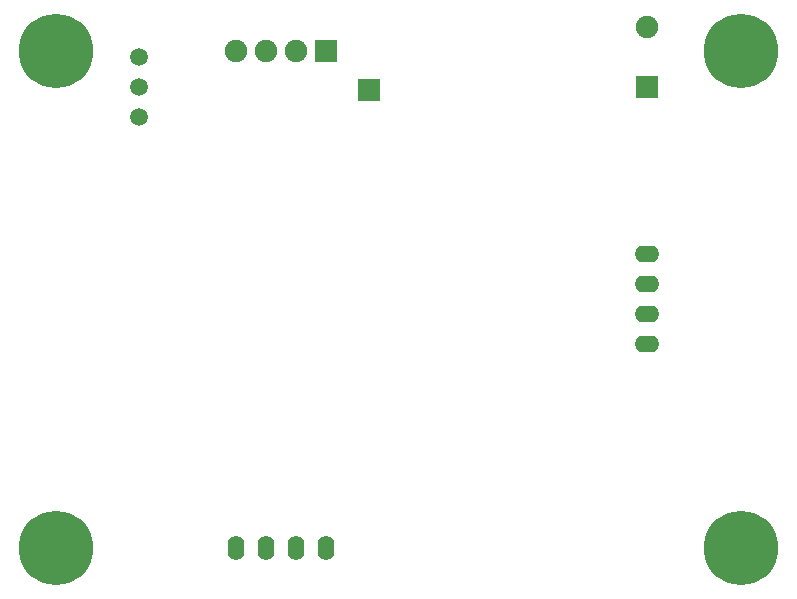
<source format=gbr>
%TF.GenerationSoftware,KiCad,Pcbnew,5.99.0-unknown-5db75805bd~106~ubuntu20.04.1*%
%TF.CreationDate,2021-01-04T23:22:09+00:00*%
%TF.ProjectId,minidriver,6d696e69-6472-4697-9665-722e6b696361,rev?*%
%TF.SameCoordinates,Original*%
%TF.FileFunction,Soldermask,Bot*%
%TF.FilePolarity,Negative*%
%FSLAX46Y46*%
G04 Gerber Fmt 4.6, Leading zero omitted, Abs format (unit mm)*
G04 Created by KiCad (PCBNEW 5.99.0-unknown-5db75805bd~106~ubuntu20.04.1) date 2021-01-04 23:22:09*
%MOMM*%
%LPD*%
G01*
G04 APERTURE LIST*
%ADD10R,1.900000X1.900000*%
%ADD11C,1.900000*%
%ADD12C,1.500000*%
%ADD13C,0.600000*%
%ADD14C,6.300000*%
%ADD15O,2.100000X1.400000*%
%ADD16O,1.400000X2.100000*%
G04 APERTURE END LIST*
D10*
%TO.C,J1*%
X146000000Y-107040000D03*
D11*
X146000000Y-101960000D03*
%TD*%
D12*
%TO.C,IC1*%
X103000000Y-104460000D03*
X103000000Y-107000000D03*
X103000000Y-109540000D03*
%TD*%
D13*
%TO.C,X1*%
X94200000Y-147800000D03*
D14*
X96000000Y-146000000D03*
D13*
X98500000Y-146000000D03*
X97800000Y-144200000D03*
X97800000Y-147800000D03*
X96000000Y-148500000D03*
X93500000Y-146000000D03*
X96000000Y-143500000D03*
X94200000Y-144200000D03*
%TD*%
%TO.C,X4*%
X155800000Y-105800000D03*
X154000000Y-106500000D03*
D14*
X154000000Y-104000000D03*
D13*
X155800000Y-102200000D03*
X151500000Y-104000000D03*
X154000000Y-101500000D03*
X152200000Y-102200000D03*
X152200000Y-105800000D03*
X156500000Y-104000000D03*
%TD*%
D15*
%TO.C,J4*%
X146000000Y-128810000D03*
X146000000Y-126270000D03*
X146000000Y-123730000D03*
X146000000Y-121190000D03*
%TD*%
D13*
%TO.C,X3*%
X155800000Y-144200000D03*
X156500000Y-146000000D03*
X151500000Y-146000000D03*
D14*
X154000000Y-146000000D03*
D13*
X154000000Y-143500000D03*
X154000000Y-148500000D03*
X155800000Y-147800000D03*
X152200000Y-147800000D03*
X152200000Y-144200000D03*
%TD*%
D10*
%TO.C,J2*%
X118810000Y-104000000D03*
D11*
X116270000Y-104000000D03*
X113730000Y-104000000D03*
X111190000Y-104000000D03*
%TD*%
D10*
%TO.C,TP4*%
X122500000Y-107250000D03*
%TD*%
D16*
%TO.C,J5*%
X111190000Y-146000000D03*
X113730000Y-146000000D03*
X116270000Y-146000000D03*
X118810000Y-146000000D03*
%TD*%
D13*
%TO.C,X2*%
X96000000Y-101500000D03*
X98500000Y-104000000D03*
D14*
X96000000Y-104000000D03*
D13*
X97800000Y-105800000D03*
X94200000Y-105800000D03*
X93500000Y-104000000D03*
X94200000Y-102200000D03*
X96000000Y-106500000D03*
X97800000Y-102200000D03*
%TD*%
M02*

</source>
